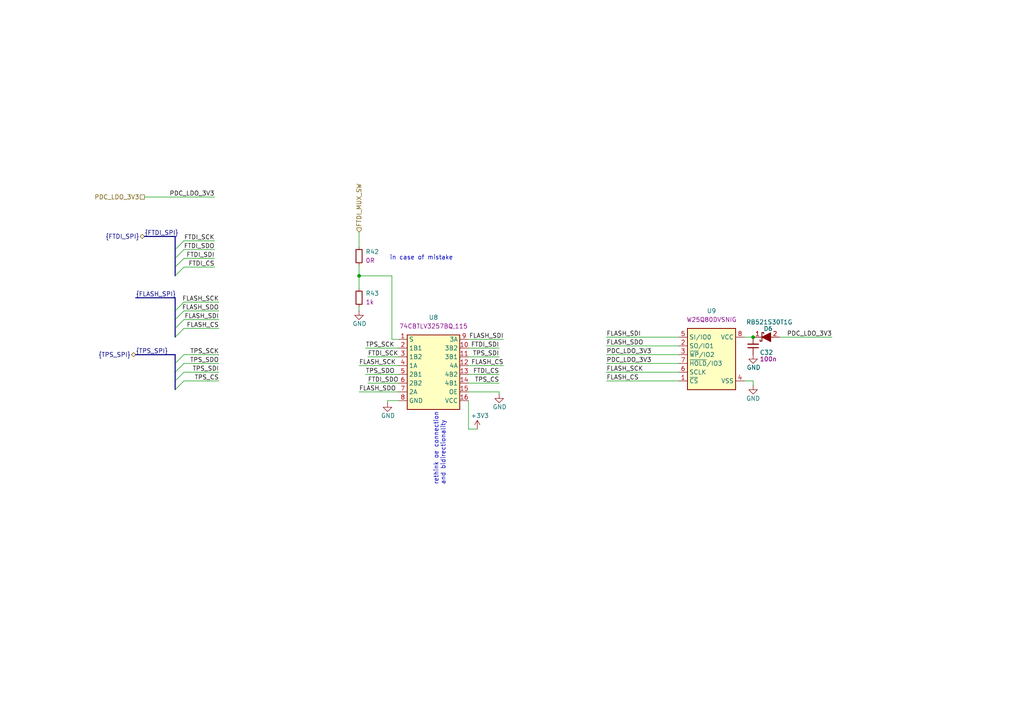
<source format=kicad_sch>
(kicad_sch (version 20230121) (generator eeschema)
  (paper "A4")
  (lib_symbols
    (symbol "antmicroCapacitors0402:C_100n_0402" (pin_numbers hide) (pin_names hide)
      (property "Reference" "C" (at 20.32 -5.08 0))
      (property "Val" "100n" (at 20.32 -7.62 0))
      (symbol "C_100n_0402_0_1"
        (polyline (pts (xy 2.032 -1.524) (xy 2.032 1.524)) (stroke (width 0.3048)))
        (polyline (pts (xy 3.048 -1.524) (xy 3.048 1.524)) (stroke (width 0.3302)))
      )
      (symbol "C_100n_0402_1_1"
        (pin passive line (at 0 0 0) (length 2.032) (name "~") (number "1"))
        (pin passive line (at 5.08 0 180) (length 2.032) (name "~") (number "2"))
      )
    )
    (symbol "antmicroDiodesRectifiersSingle:RB521S30T1G" (pin_names hide)
      (property "Reference" "D" (at 22.86 -5.08 0))
      (property "Value" "RB521S30T1G" (at 22.86 -7.62 0))
      (symbol "RB521S30T1G_1_1"
        (polyline (pts (xy 4.572 -1.016) (xy 4.572 -1.3462)) (stroke (width 0.254)))
        (polyline (pts (xy 5.588 1.1938) (xy 5.588 0.8128)) (stroke (width 0.254)))
        (polyline (pts (xy 2.54 1.27) (xy 2.54 -1.27) (xy 5.08 0) (xy 2.54 1.27)) (stroke (width 0.254)) (fill (type outline)))
        (polyline (pts (xy 5.588 1.1938) (xy 5.08 1.1938) (xy 5.08 -1.3462) (xy 4.572 -1.3462)) (stroke (width 0.254)))
        (pin passive line (at 7.62 0 180) (length 2.54) (name "1") (number "1"))
        (pin passive line (at 0 0 0) (length 2.54) (name "2") (number "2"))
      )
    )
    (symbol "antmicroInterfaceAnalogSwitchesMultiplexersDemultiplexers:74CBTLV3257_VQFN"
      (property "Reference" "U" (at 34.29 -5.08 0))
      (property "MPN" "74CBTLV3257BQ,115" (at 34.29 -15.24 0))
      (symbol "74CBTLV3257_VQFN_1_1"
        (rectangle (start 2.54 1.27) (end 17.78 -20.32) (stroke (width 0.254)) (fill (type background)))
        (pin input line (at 0 0 0) (length 2.54) (name "S") (number "1"))
        (pin bidirectional line (at 20.32 -2.54 180) (length 2.54) (name "3B2") (number "10"))
        (pin bidirectional line (at 20.32 -5.08 180) (length 2.54) (name "3B1") (number "11"))
        (pin bidirectional line (at 20.32 -7.62 180) (length 2.54) (name "4A") (number "12"))
        (pin bidirectional line (at 20.32 -10.16 180) (length 2.54) (name "4B2") (number "13"))
        (pin bidirectional line (at 20.32 -12.7 180) (length 2.54) (name "4B1") (number "14"))
        (pin input line (at 20.32 -15.24 180) (length 2.54) (name "OE") (number "15"))
        (pin power_in line (at 20.32 -17.78 180) (length 2.54) (name "VCC") (number "16"))
        (pin bidirectional line (at 0 -2.54 0) (length 2.54) (name "1B1") (number "2"))
        (pin bidirectional line (at 0 -5.08 0) (length 2.54) (name "1B2") (number "3"))
        (pin bidirectional line (at 0 -7.62 0) (length 2.54) (name "1A") (number "4"))
        (pin bidirectional line (at 0 -10.16 0) (length 2.54) (name "2B1") (number "5"))
        (pin bidirectional line (at 0 -12.7 0) (length 2.54) (name "2B2") (number "6"))
        (pin bidirectional line (at 0 -15.24 0) (length 2.54) (name "2A") (number "7"))
        (pin power_in line (at 0 -17.78 0) (length 2.54) (name "GND") (number "8"))
        (pin bidirectional line (at 20.32 0 180) (length 2.54) (name "3A") (number "9"))
      )
    )
    (symbol "antmicroMemory:W25Q80DV_SOIC-8"
      (property "Reference" "U" (at 38.1 -6.35 0))
      (property "MPN" "W25Q80DVSNIG" (at 38.1 -16.51 0))
      (symbol "W25Q80DV_SOIC-8_1_1"
        (rectangle (start 2.54 2.54) (end 16.51 -15.24) (stroke (width 0.254)) (fill (type background)))
        (pin input line (at 0 -12.7 0) (length 2.54) (name "~{CS}") (number "1"))
        (pin input line (at 0 -2.54 0) (length 2.54) (name "SO/IO1") (number "2"))
        (pin input line (at 0 -5.08 0) (length 2.54) (name "~{WP}/IO2") (number "3"))
        (pin power_in line (at 19.05 -12.7 180) (length 2.54) (name "VSS") (number "4"))
        (pin input line (at 0 0 0) (length 2.54) (name "SI/IO0") (number "5"))
        (pin input line (at 0 -10.16 0) (length 2.54) (name "SCLK") (number "6"))
        (pin input line (at 0 -7.62 0) (length 2.54) (name "~{HOLD}/IO3") (number "7"))
        (pin power_in line (at 19.05 0 180) (length 2.54) (name "VCC") (number "8"))
      )
    )
    (symbol "antmicroResistors0402:R_0R_0402" (pin_numbers hide) (pin_names hide)
      (property "Reference" "R" (at 20.32 -5.08 0))
      (property "Val" "0R" (at 20.32 -7.62 0))
      (symbol "R_0R_0402_0_1"
        (rectangle (start 0.635 0.889) (end 4.445 -0.889) (stroke (width 0.254)))
      )
      (symbol "R_0R_0402_1_1"
        (pin passive line (at 0 0 0) (length 0.635) (name "~") (number "1"))
        (pin passive line (at 5.08 0 180) (length 0.635) (name "~") (number "2"))
      )
    )
    (symbol "antmicroResistors0402:R_1k_0402" (pin_numbers hide) (pin_names hide)
      (property "Reference" "R" (at 20.32 -5.08 0))
      (property "Val" "1k" (at 20.32 -7.62 0))
      (symbol "R_1k_0402_0_1"
        (rectangle (start 0.635 0.889) (end 4.445 -0.889) (stroke (width 0.254)))
      )
      (symbol "R_1k_0402_1_1"
        (pin passive line (at 0 0 0) (length 0.635) (name "~") (number "1"))
        (pin passive line (at 5.08 0 180) (length 0.635) (name "~") (number "2"))
      )
    )
    (symbol "antmicropower:+3V3" (power) (pin_numbers hide) (pin_names hide)
      (property "Value" "+3V3" (at -3.175 2.54 0))
      (symbol "+3V3_0_1"
        (polyline (pts (xy 0 0) (xy 0 2.54)))
        (polyline (pts (xy 0 2.54) (xy -0.762 1.27)))
        (polyline (pts (xy 0 2.54) (xy 0.762 1.27)))
      )
      (symbol "+3V3_1_1"
        (pin power_in line (at 0 0 90) (length 0) hide (name "+3V3") (number "1"))
      )
    )
    (symbol "antmicropower:GND" (power) (pin_numbers hide) (pin_names hide)
      (property "Value" "GND" (at 8.89 -5.08 0))
      (symbol "GND_1_1"
        (polyline (pts (xy 0 0) (xy 0 -1.27) (xy 1.27 -1.27) (xy 0 -2.54) (xy -1.27 -1.27) (xy 0 -1.27)))
        (pin power_in line (at 0 0 270) (length 0) (name "GND") (number "1"))
      )
    )
  )
  (bus_alias "TPS_SPI" (members "TPS_SCK" "TPS_SDO" "TPS_SDI" "TPS_CS"))
  (junction (at 104.14 80.01))
  (junction (at 218.44 97.79))
  (bus_entry (at 50.8 95.25) (size 2.54 -2.54))
  (bus_entry (at 50.8 107.95) (size 2.54 -2.54))
  (bus_entry (at 50.8 80.01) (size 2.54 -2.54))
  (bus_entry (at 50.8 92.71) (size 2.54 -2.54))
  (bus_entry (at 50.8 97.79) (size 2.54 -2.54))
  (bus_entry (at 50.8 113.03) (size 2.54 -2.54))
  (bus_entry (at 50.8 110.49) (size 2.54 -2.54))
  (bus_entry (at 50.8 74.93) (size 2.54 -2.54))
  (bus_entry (at 50.8 72.39) (size 2.54 -2.54))
  (bus_entry (at 50.8 105.41) (size 2.54 -2.54))
  (bus_entry (at 50.8 90.17) (size 2.54 -2.54))
  (bus_entry (at 50.8 77.47) (size 2.54 -2.54))
  (wire (pts (xy 112.395 116.205) (xy 115.57 116.205)))
  (bus (pts (xy 50.8 102.87) (xy 50.8 105.41)))
  (wire (pts (xy 53.34 77.47) (xy 62.23 77.47)))
  (wire (pts (xy 135.89 98.425) (xy 146.05 98.425)))
  (wire (pts (xy 104.14 88.9) (xy 104.14 90.17)))
  (wire (pts (xy 175.895 107.95) (xy 196.85 107.95)))
  (bus (pts (xy 50.8 86.36) (xy 50.8 90.17)))
  (wire (pts (xy 241.3 97.79) (xy 226.06 97.79)))
  (wire (pts (xy 218.44 110.49) (xy 218.44 111.76)))
  (wire (pts (xy 53.34 102.87) (xy 63.5 102.87)))
  (bus (pts (xy 50.8 110.49) (xy 50.8 113.03)))
  (wire (pts (xy 175.895 102.87) (xy 196.85 102.87)))
  (bus (pts (xy 41.91 68.58) (xy 50.8 68.58)))
  (wire (pts (xy 106.045 108.585) (xy 115.57 108.585)))
  (wire (pts (xy 135.89 111.125) (xy 144.78 111.125)))
  (bus (pts (xy 50.8 107.95) (xy 50.8 110.49)))
  (wire (pts (xy 113.665 80.01) (xy 113.665 98.425)))
  (wire (pts (xy 175.895 97.79) (xy 196.85 97.79)))
  (wire (pts (xy 113.665 98.425) (xy 115.57 98.425)))
  (bus (pts (xy 50.8 74.93) (xy 50.8 77.47)))
  (wire (pts (xy 53.34 110.49) (xy 63.5 110.49)))
  (wire (pts (xy 53.34 92.71) (xy 63.5 92.71)))
  (wire (pts (xy 41.91 57.15) (xy 62.23 57.15)))
  (bus (pts (xy 39.37 102.87) (xy 50.8 102.87)))
  (wire (pts (xy 53.34 72.39) (xy 62.23 72.39)))
  (wire (pts (xy 135.89 108.585) (xy 144.78 108.585)))
  (wire (pts (xy 104.14 113.665) (xy 115.57 113.665)))
  (wire (pts (xy 135.89 124.46) (xy 138.43 124.46)))
  (wire (pts (xy 53.34 87.63) (xy 63.5 87.63)))
  (wire (pts (xy 112.395 116.84) (xy 112.395 116.205)))
  (wire (pts (xy 104.14 76.835) (xy 104.14 80.01)))
  (wire (pts (xy 135.89 100.965) (xy 144.78 100.965)))
  (wire (pts (xy 196.85 105.41) (xy 175.895 105.41)))
  (wire (pts (xy 135.89 116.205) (xy 135.89 124.46)))
  (wire (pts (xy 53.34 74.93) (xy 62.23 74.93)))
  (bus (pts (xy 50.8 77.47) (xy 50.8 80.01)))
  (wire (pts (xy 135.89 106.045) (xy 146.05 106.045)))
  (wire (pts (xy 144.78 113.665) (xy 144.78 114.3)))
  (bus (pts (xy 50.8 72.39) (xy 50.8 74.93)))
  (wire (pts (xy 53.34 69.85) (xy 62.23 69.85)))
  (wire (pts (xy 106.045 100.965) (xy 115.57 100.965)))
  (wire (pts (xy 215.9 110.49) (xy 218.44 110.49)))
  (wire (pts (xy 175.895 110.49) (xy 196.85 110.49)))
  (wire (pts (xy 104.14 80.01) (xy 113.665 80.01)))
  (wire (pts (xy 53.34 105.41) (xy 63.5 105.41)))
  (bus (pts (xy 50.8 95.25) (xy 50.8 97.79)))
  (wire (pts (xy 104.14 106.045) (xy 115.57 106.045)))
  (bus (pts (xy 50.8 90.17) (xy 50.8 92.71)))
  (wire (pts (xy 104.14 67.31) (xy 104.14 71.755)))
  (bus (pts (xy 50.8 92.71) (xy 50.8 95.25)))
  (bus (pts (xy 50.8 68.58) (xy 50.8 72.39)))
  (wire (pts (xy 53.34 90.17) (xy 63.5 90.17)))
  (wire (pts (xy 175.895 100.33) (xy 196.85 100.33)))
  (bus (pts (xy 39.37 86.36) (xy 50.8 86.36)))
  (wire (pts (xy 135.89 103.505) (xy 144.78 103.505)))
  (wire (pts (xy 106.68 103.505) (xy 115.57 103.505)))
  (wire (pts (xy 104.14 80.01) (xy 104.14 83.82)))
  (bus (pts (xy 50.8 105.41) (xy 50.8 107.95)))
  (wire (pts (xy 106.68 111.125) (xy 115.57 111.125)))
  (wire (pts (xy 218.44 97.79) (xy 215.9 97.79)))
  (wire (pts (xy 53.34 95.25) (xy 63.5 95.25)))
  (wire (pts (xy 135.89 113.665) (xy 144.78 113.665)))
  (wire (pts (xy 53.34 107.95) (xy 63.5 107.95)))
  (text "rethink oe connection\nand bidirectionality" (at 129.286 140.716 90) (effects (font (size 1.27 1.27)) (justify left bottom)))
  (text "in case of mistake" (at 113.03 75.565 0) (effects (font (size 1.27 1.27)) (justify left bottom)))
  (label "FLASH_SDI" (at 146.05 98.425 180))
  (label "PDC_LDO_3V3" (at 175.895 105.41 0))
  (label "PDC_LDO_3V3" (at 62.23 57.15 180))
  (label "TPS_SDO" (at 106.045 108.585 0))
  (label "FLASH_CS" (at 175.895 110.49 0))
  (label "FTDI_SDI" (at 62.23 74.93 180))
  (label "FTDI_CS" (at 62.23 77.47 180))
  (label "TPS_CS" (at 144.78 111.125 180))
  (label "FLASH_SDI" (at 175.895 97.79 0))
  (label "FLASH_SDO" (at 175.895 100.33 0))
  (label "FLASH_CS" (at 146.05 106.045 180))
  (label "TPS_SCK" (at 63.5 102.87 180))
  (label "FLASH_CS" (at 63.5 95.25 180))
  (label "FLASH_SDO" (at 104.14 113.665 0))
  (label "FLASH_SCK" (at 104.14 106.045 0))
  (label "FLASH_SCK" (at 63.5 87.63 180))
  (label "TPS_SCK" (at 106.045 100.965 0))
  (label "{FTDI_SPI}" (at 41.91 68.58 0))
  (label "FLASH_SDO" (at 63.5 90.17 180))
  (label "FLASH_SDI" (at 63.5 92.71 180))
  (label "FTDI_SDO" (at 106.68 111.125 0))
  (label "{FLASH_SPI}" (at 39.37 86.36 0))
  (label "TPS_SDO" (at 63.5 105.41 180))
  (label "FTDI_SCK" (at 62.23 69.85 180))
  (label "FTDI_CS" (at 144.78 108.585 180))
  (label "FTDI_SCK" (at 106.68 103.505 0))
  (label "FTDI_SDO" (at 62.23 72.39 180))
  (label "PDC_LDO_3V3" (at 241.3 97.79 180))
  (label "{TPS_SPI}" (at 39.37 102.87 0))
  (label "TPS_SDI" (at 63.5 107.95 180))
  (label "TPS_SDI" (at 144.78 103.505 180))
  (label "PDC_LDO_3V3" (at 175.895 102.87 0))
  (label "TPS_CS" (at 63.5 110.49 180))
  (label "FTDI_SDI" (at 144.78 100.965 180))
  (label "FLASH_SCK" (at 175.895 107.95 0))
  (hierarchical_label "PDC_LDO_3V3" (shape passive) (at 41.91 57.15 180))
  (hierarchical_label "FTDI_MUX_SW" (shape input) (at 104.14 67.31 90))
  (hierarchical_label "{FTDI_SPI}" (shape bidirectional) (at 41.91 68.58 180))
  (hierarchical_label "{TPS_SPI}" (shape bidirectional) (at 39.37 102.87 180))
  (symbol (lib_id "antmicroResistors0402:R_1k_0402") (at 104.14 88.9 90) (unit 1)
    (property "Reference" "R43" (at 106.045 85.09 90) (effects (justify right)))
    (property "Value" "R_1k_0402" (effects hide))
    (property "Footprint" "antmicro-footprints:R_0402_1005Metric" (effects hide))
    (property "Datasheet" "https://www.bourns.com/docs/product-datasheets/cr.pdf" (effects hide))
    (property "MPN" "CR0402-FX-1001GLF" (effects hide))
    (property "Manufacturer" "Bourns" (effects hide))
    (property "License" "Apache-2.0" (effects hide))
    (property "Author" "Antmicro" (effects hide))
    (property "Val" "1k" (at 106.045 87.63 90) (effects (justify right)))
    (property "Tolerance" "1%" (effects hide))
  )
  (symbol (lib_id "antmicropower:GND") (at 104.14 90.17 0) (unit 1)
    (property "Reference" "#PWR072" (effects hide))
    (property "Value" "GND" (at 102.235 94.615 0) (effects (justify left bottom)))
    (property "Author" "Antmicro" (effects hide))
    (property "License" "Apache-2.0" (effects hide))
  )
  (symbol (lib_id "antmicroDiodesRectifiersSingle:RB521S30T1G") (at 226.06 97.79 180) (unit 1)
    (property "Reference" "D6" (at 224.155 94.615 0) (effects (justify left bottom)))
    (property "Value" "RB521S30T1G" (at 229.87 92.71 0) (effects (justify left bottom)))
    (property "Footprint" "antmicro-footprints:SOD-523" (effects hide))
    (property "Datasheet" "https://www.mouser.pl/datasheet/2/308/RB521S30T1_D-1522497.pdf" (effects hide))
    (property "MPN" "RB521S30T1G" (effects hide))
    (property "Manufacturer" "ON Semiconductor" (effects hide))
    (property "Author" "Antmicro" (effects hide))
    (property "License" "Apache-2.0" (effects hide))
  )
  (symbol (lib_id "antmicropower:GND") (at 218.44 102.87 0) (unit 1)
    (property "Reference" "#PWR076" (effects hide))
    (property "Value" "GND" (at 216.535 107.315 0) (effects (justify left bottom)))
    (property "Author" "Antmicro" (effects hide))
    (property "License" "Apache-2.0" (effects hide))
  )
  (symbol (lib_id "antmicropower:GND") (at 144.78 114.3 0) (unit 1)
    (property "Reference" "#PWR075" (effects hide))
    (property "Value" "GND" (at 142.875 118.745 0) (effects (justify left bottom)))
    (property "Author" "Antmicro" (effects hide))
    (property "License" "Apache-2.0" (effects hide))
  )
  (symbol (lib_id "antmicroCapacitors0402:C_100n_0402") (at 218.44 102.87 90) (unit 1)
    (property "Reference" "C32" (at 220.345 102.235 90) (effects (justify right)))
    (property "Value" "C_100n_0402" (effects hide))
    (property "Footprint" "antmicro-footprints:C_0402_1005Metric" (effects hide))
    (property "Datasheet" "https://search.murata.co.jp/Ceramy/image/img/A01X/G101/ENG/GRM155R61H104KE14-01.pdf" (effects hide))
    (property "Manufacturer" "Murata" (effects hide))
    (property "MPN" "GRM155R61H104KE14D" (effects hide))
    (property "Val" "100n" (at 220.345 104.14 90) (effects (justify right)))
    (property "License" "Apache-2.0" (effects hide))
    (property "Author" "Antmicro" (effects hide))
    (property "Voltage" "50V" (effects hide))
    (property "Dielectric" "X5R" (effects hide))
  )
  (symbol (lib_id "antmicropower:GND") (at 218.44 111.76 0) (unit 1)
    (property "Reference" "#PWR077" (effects hide))
    (property "Value" "GND" (at 218.44 115.57 0))
    (property "Author" "Antmicro" (effects hide))
    (property "License" "Apache-2.0" (effects hide))
  )
  (symbol (lib_id "antmicroInterfaceAnalogSwitchesMultiplexersDemultiplexers:74CBTLV3257_VQFN") (at 115.57 98.425 0) (unit 1)
    (property "Reference" "U8" (at 125.73 92.075 0))
    (property "Value" "74CBTLV3257_VQFN" (effects hide))
    (property "Footprint" "antmicro-footprints:DHVQFN-16-1EP_2.5x3.5mm_P0.5mm" (effects hide))
    (property "Datasheet" "https://www.mouser.com/datasheet/2/916/74CBTLV3257-1318253.pdf" (effects hide))
    (property "MPN" "74CBTLV3257BQ,115" (at 125.73 94.615 0))
    (property "Manufacturer" "Nexperia" (effects hide))
    (property "Author" "Antmicro" (effects hide))
    (property "License" "Apache-2.0" (effects hide))
  )
  (symbol (lib_id "antmicropower:GND") (at 112.395 116.84 0) (unit 1)
    (property "Reference" "#PWR073" (effects hide))
    (property "Value" "GND" (at 110.49 121.285 0) (effects (justify left bottom)))
    (property "Author" "Antmicro" (effects hide))
    (property "License" "Apache-2.0" (effects hide))
  )
  (symbol (lib_id "antmicropower:+3V3") (at 138.43 124.46 0) (unit 1)
    (property "Reference" "#PWR074" (effects hide))
    (property "Value" "+3V3" (at 136.525 121.285 0) (effects (justify left bottom)))
  )
  (symbol (lib_id "antmicroResistors0402:R_0R_0402") (at 104.14 76.835 90) (unit 1)
    (property "Reference" "R42" (at 106.045 73.025 90) (effects (justify right)))
    (property "Value" "R_0R_0402" (effects hide))
    (property "Footprint" "antmicro-footprints:R_0402_1005Metric" (effects hide))
    (property "Datasheet" "https://industrial.panasonic.com/cdbs/www-data/pdf/RDA0000/AOA0000C301.pdf" (effects hide))
    (property "MPN" "ERJ2GE0R00X" (effects hide))
    (property "Manufacturer" "Panasonic" (effects hide))
    (property "License" "Apache-2.0" (effects hide))
    (property "Author" "Antmicro" (effects hide))
    (property "Val" "0R" (at 106.045 75.565 90) (effects (justify right)))
    (property "Current" "1A" (effects hide))
  )
  (symbol (lib_id "antmicroMemory:W25Q80DV_SOIC-8") (at 196.85 97.79 0) (unit 1)
    (property "Reference" "U9" (at 206.375 90.17 0))
    (property "Value" "W25Q80DV_SOIC-8" (effects hide))
    (property "Footprint" "antmicro-footprints:SOIC-8_3.9x4.9x1.75mm_P1.27mm" (effects hide))
    (property "Datasheet" "https://www.mouser.com/datasheet/2/949/w25q80dv_dl_revh_10022015-1489677.pdf" (effects hide))
    (property "MPN" "W25Q80DVSNIG" (at 206.375 92.71 0))
    (property "Manufacturer" "Winbond" (effects hide))
    (property "Author" "Antmicro" (effects hide))
    (property "License" "Apache-2.0" (effects hide))
  )
)
</source>
